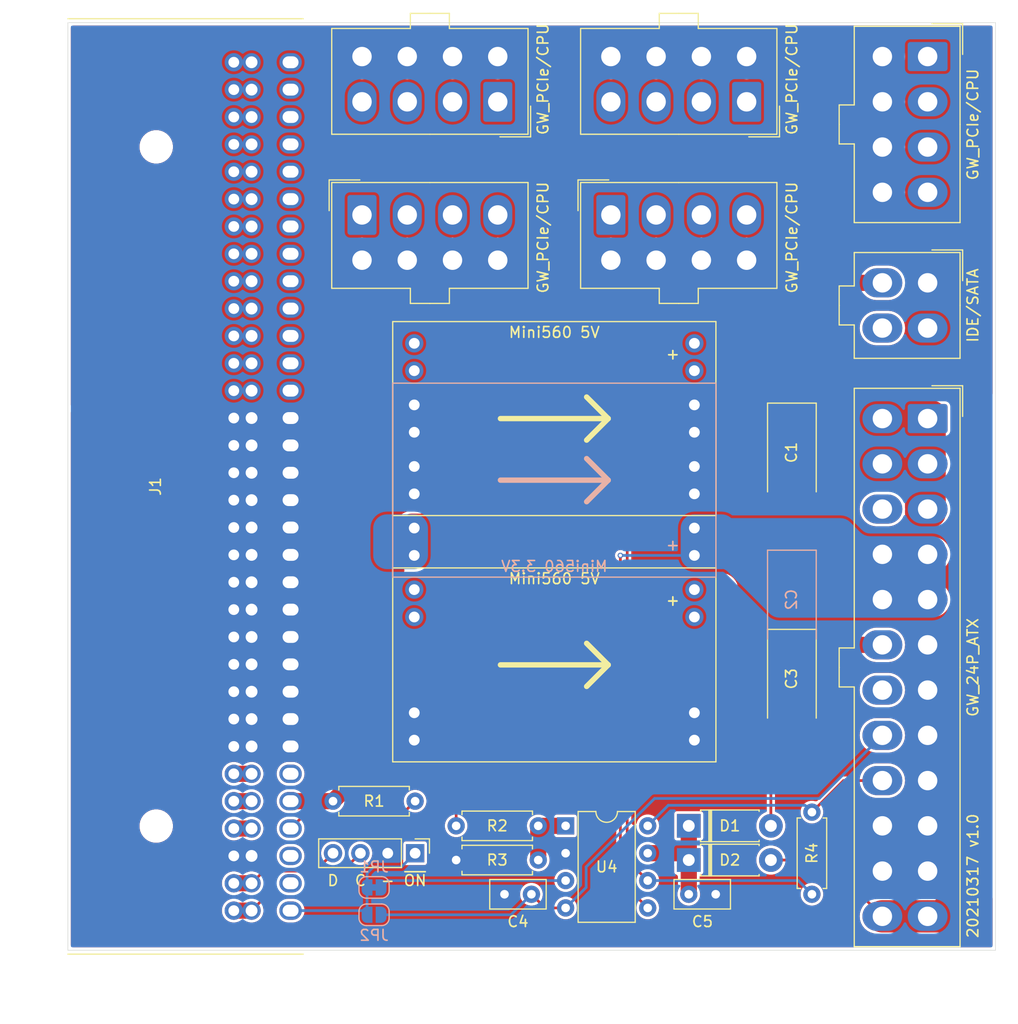
<source format=kicad_pcb>
(kicad_pcb (version 20171130) (host pcbnew "(5.1.6)-1")
  (title_block (title "KCORES CSPS to ATX Converter") (date 2021-03-17) (rev 1.0) (company KCORES) (comment 1 "Author: AlphaArea") (comment 4 "License: KCORES Open Source License"))
  (layers (0 F.Cu signal) (31 B.Cu signal) (34 B.Paste user) (35 F.Paste user) (36 B.SilkS user) (37 F.SilkS user) (38 B.Mask user) (39 F.Mask user) (44 Edge.Cuts user))
  (net 0 "")
  (net 1 GND)
  (net 2 +5V)
  (net 3 +3V3)
  (net 4 /+5VSB)
  (net 5 /~ATX_PSON)
  (net 6 "Net-(C5-Pad1)")
  (net 7 +12V)
  (net 8 /SCL)
  (net 9 /SDA)
  (net 10 "Net-(J1-Pad29)")
  (net 11 "Net-(J1-Pad28)")
  (net 12 "Net-(J1-Pad27)")
  (net 13 "Net-(J1-Pad38)")
  (net 14 /+12VSB)
  (net 15 /~PRESENT)
  (net 16 /CSPS_PSOK)
  (net 17 "Net-(J1-Pad34)")
  (net 18 /~CSPS_PSON)
  (net 19 "Net-(J8-Pad4)")
  (net 20 "Net-(J9-Pad15)")
  (net 21 "Net-(J9-Pad19)")
  (net 22 /ATX_PWOK)
  (net 23 /~FPO)
  (net 24 "Net-(R2-Pad1)")
  (module Connector_PinHeader_2.54mm:PinHeader_1x04_P2.54mm_Vertical (layer F.Cu) (at 124.63 153.74 270)
    (fp_text reference J2 hide)
    (fp_text value PMBUS)
    (pad 4 thru_hole oval (at 0 7.62 270) (size 1.7 1.7) (drill 1) (layers *.Cu *.Mask) (net 9 /SDA))
    (pad 3 thru_hole oval (at 0 5.08 270) (size 1.7 1.7) (drill 1) (layers *.Cu *.Mask) (net 8 /SCL))
    (pad 2 thru_hole oval (at 0 2.54 270) (size 1.7 1.7) (drill 1) (layers *.Cu *.Mask) (net 1 GND))
    (pad 1 thru_hole rect (at 0 0 270) (size 1.7 1.7) (drill 1) (layers *.Cu *.Mask) (net 18 /~CSPS_PSON))
  )
  (module KCORES_Connector_CSPS:CSPS_64P_2.54mm (layer F.Cu) (at 92.4 119.7 270)
    (fp_text reference J1 (at 0 -8.128 90) (layer F.SilkS))
    (fp_text value CSPS)
    (pad 64 thru_hole oval (at -39.37 -20.67 270) (size 1.7 2.08) (drill oval 1.1 1.48) (layers *.Cu *.Mask) (net 7 +12V))
    (pad 63 thru_hole oval (at -36.83 -20.67 270) (size 1.7 2.08) (drill oval 1.1 1.48) (layers *.Cu *.Mask) (net 7 +12V))
    (pad 62 thru_hole oval (at -34.29 -20.67 270) (size 1.7 2.08) (drill oval 1.1 1.48) (layers *.Cu *.Mask) (net 7 +12V))
    (pad 61 thru_hole oval (at -31.75 -20.67 270) (size 1.7 2.08) (drill oval 1.1 1.48) (layers *.Cu *.Mask) (net 7 +12V))
    (pad 60 thru_hole oval (at -29.21 -20.67 270) (size 1.7 2.08) (drill oval 1.1 1.48) (layers *.Cu *.Mask) (net 7 +12V))
    (pad 59 thru_hole oval (at -26.67 -20.67 270) (size 1.7 2.08) (drill oval 1.1 1.48) (layers *.Cu *.Mask) (net 7 +12V))
    (pad 58 thru_hole oval (at -24.13 -20.67 270) (size 1.7 2.08) (drill oval 1.1 1.48) (layers *.Cu *.Mask) (net 7 +12V))
    (pad 57 thru_hole oval (at -21.59 -20.67 270) (size 1.7 2.08) (drill oval 1.1 1.48) (layers *.Cu *.Mask) (net 7 +12V))
    (pad 56 thru_hole oval (at -19.05 -20.67 270) (size 1.7 2.08) (drill oval 1.1 1.48) (layers *.Cu *.Mask) (net 7 +12V))
    (pad 55 thru_hole oval (at -16.51 -20.67 270) (size 1.7 2.08) (drill oval 1.1 1.48) (layers *.Cu *.Mask) (net 7 +12V))
    (pad 54 thru_hole oval (at -13.97 -20.67 270) (size 1.7 2.08) (drill oval 1.1 1.48) (layers *.Cu *.Mask) (net 7 +12V))
    (pad 53 thru_hole oval (at -11.43 -20.67 270) (size 1.7 2.08) (drill oval 1.1 1.48) (layers *.Cu *.Mask) (net 7 +12V))
    (pad 52 thru_hole oval (at -8.89 -20.67 270) (size 1.7 2.08) (drill oval 1.1 1.48) (layers *.Cu *.Mask) (net 7 +12V))
    (pad 51 thru_hole oval (at -6.35 -20.67 270) (size 1.7 2.08) (drill oval 1.1 1.48) (layers *.Cu *.Mask) (net 1 GND))
    (pad 50 thru_hole oval (at -3.81 -20.67 270) (size 1.7 2.08) (drill oval 1.1 1.48) (layers *.Cu *.Mask) (net 1 GND))
    (pad 49 thru_hole oval (at -1.27 -20.67 270) (size 1.7 2.08) (drill oval 1.1 1.48) (layers *.Cu *.Mask) (net 1 GND))
    (pad 48 thru_hole oval (at 1.27 -20.67 270) (size 1.7 2.08) (drill oval 1.1 1.48) (layers *.Cu *.Mask) (net 1 GND))
    (pad 47 thru_hole oval (at 3.81 -20.67 270) (size 1.7 2.08) (drill oval 1.1 1.48) (layers *.Cu *.Mask) (net 1 GND))
    (pad 46 thru_hole oval (at 6.35 -20.67 270) (size 1.7 2.08) (drill oval 1.1 1.48) (layers *.Cu *.Mask) (net 1 GND))
    (pad 45 thru_hole oval (at 8.89 -20.67 270) (size 1.7 2.08) (drill oval 1.1 1.48) (layers *.Cu *.Mask) (net 1 GND))
    (pad 44 thru_hole oval (at 11.43 -20.67 270) (size 1.7 2.08) (drill oval 1.1 1.48) (layers *.Cu *.Mask) (net 1 GND))
    (pad 43 thru_hole oval (at 13.97 -20.67 270) (size 1.7 2.08) (drill oval 1.1 1.48) (layers *.Cu *.Mask) (net 1 GND))
    (pad 42 thru_hole oval (at 16.51 -20.67 270) (size 1.7 2.08) (drill oval 1.1 1.48) (layers *.Cu *.Mask) (net 1 GND))
    (pad 41 thru_hole oval (at 19.05 -20.67 270) (size 1.7 2.08) (drill oval 1.1 1.48) (layers *.Cu *.Mask) (net 1 GND))
    (pad 40 thru_hole oval (at 21.59 -20.67 270) (size 1.7 2.08) (drill oval 1.1 1.48) (layers *.Cu *.Mask) (net 1 GND))
    (pad 39 thru_hole oval (at 24.13 -20.67 270) (size 1.7 2.08) (drill oval 1.1 1.48) (layers *.Cu *.Mask) (net 1 GND))
    (pad 38 thru_hole oval (at 26.67 -20.67 270) (size 1.7 2.08) (drill oval 1.1 1.48) (layers *.Cu *.Mask) (net 13 "Net-(J1-Pad38)"))
    (pad 37 thru_hole oval (at 29.21 -20.67 270) (size 1.7 2.08) (drill oval 1.1 1.48) (layers *.Cu *.Mask) (net 14 /+12VSB))
    (pad 36 thru_hole oval (at 31.75 -20.67 270) (size 1.7 2.08) (drill oval 1.1 1.48) (layers *.Cu *.Mask) (net 15 /~PRESENT))
    (pad 35 thru_hole oval (at 34.29 -20.67 270) (size 1.7 2.08) (drill oval 1.1 1.48) (layers *.Cu *.Mask) (net 16 /CSPS_PSOK))
    (pad 34 thru_hole oval (at 36.83 -20.67 270) (size 1.7 2.08) (drill oval 1.1 1.48) (layers *.Cu *.Mask) (net 17 "Net-(J1-Pad34)"))
    (pad 33 thru_hole oval (at 39.37 -20.67 270) (size 1.7 2.08) (drill oval 1.1 1.48) (layers *.Cu *.Mask) (net 18 /~CSPS_PSON))
    (pad 32 thru_hole circle (at 39.37 -15.4 270) (size 1.7 1.7) (drill 1) (layers *.Cu *.Mask) (net 8 /SCL))
    (pad 31 thru_hole circle (at 36.83 -15.4 270) (size 1.7 1.7) (drill 1) (layers *.Cu *.Mask) (net 9 /SDA))
    (pad 30 thru_hole circle (at 34.29 -15.4 270) (size 1.7 1.7) (drill 1) (layers *.Cu *.Mask) (net 1 GND))
    (pad 29 thru_hole circle (at 31.75 -15.4 270) (size 1.7 1.7) (drill 1) (layers *.Cu *.Mask) (net 10 "Net-(J1-Pad29)"))
    (pad 28 thru_hole circle (at 29.21 -15.4 270) (size 1.7 1.7) (drill 1) (layers *.Cu *.Mask) (net 11 "Net-(J1-Pad28)"))
    (pad 27 thru_hole circle (at 26.67 -15.4 270) (size 1.7 1.7) (drill 1) (layers *.Cu *.Mask) (net 12 "Net-(J1-Pad27)"))
    (pad 26 thru_hole circle (at 24.13 -15.4 270) (size 1.7 1.7) (drill 1) (layers *.Cu *.Mask) (net 1 GND))
    (pad 25 thru_hole circle (at 21.59 -15.4 270) (size 1.7 1.7) (drill 1) (layers *.Cu *.Mask) (net 1 GND))
    (pad 24 thru_hole circle (at 19.05 -15.4 270) (size 1.7 1.7) (drill 1) (layers *.Cu *.Mask) (net 1 GND))
    (pad 23 thru_hole circle (at 16.51 -15.4 270) (size 1.7 1.7) (drill 1) (layers *.Cu *.Mask) (net 1 GND))
    (pad 22 thru_hole circle (at 13.97 -15.4 270) (size 1.7 1.7) (drill 1) (layers *.Cu *.Mask) (net 1 GND))
    (pad 21 thru_hole circle (at 11.43 -15.4 270) (size 1.7 1.7) (drill 1) (layers *.Cu *.Mask) (net 1 GND))
    (pad 20 thru_hole circle (at 8.89 -15.4 270) (size 1.7 1.7) (drill 1) (layers *.Cu *.Mask) (net 1 GND))
    (pad 19 thru_hole circle (at 6.35 -15.4 270) (size 1.7 1.7) (drill 1) (layers *.Cu *.Mask) (net 1 GND))
    (pad 18 thru_hole circle (at 3.81 -15.4 270) (size 1.7 1.7) (drill 1) (layers *.Cu *.Mask) (net 1 GND))
    (pad 17 thru_hole circle (at 1.27 -15.4 270) (size 1.7 1.7) (drill 1) (layers *.Cu *.Mask) (net 1 GND))
    (pad 16 thru_hole circle (at -1.27 -15.4 270) (size 1.7 1.7) (drill 1) (layers *.Cu *.Mask) (net 1 GND))
    (pad 15 thru_hole circle (at -3.81 -15.4 270) (size 1.7 1.7) (drill 1) (layers *.Cu *.Mask) (net 1 GND))
    (pad 14 thru_hole circle (at -6.35 -15.4 270) (size 1.7 1.7) (drill 1) (layers *.Cu *.Mask) (net 1 GND))
    (pad 13 thru_hole circle (at -8.89 -15.4 270) (size 1.7 1.7) (drill 1) (layers *.Cu *.Mask) (net 7 +12V))
    (pad 12 thru_hole circle (at -11.43 -15.4 270) (size 1.7 1.7) (drill 1) (layers *.Cu *.Mask) (net 7 +12V))
    (pad 11 thru_hole circle (at -13.97 -15.4 270) (size 1.7 1.7) (drill 1) (layers *.Cu *.Mask) (net 7 +12V))
    (pad 10 thru_hole circle (at -16.51 -15.4 270) (size 1.7 1.7) (drill 1) (layers *.Cu *.Mask) (net 7 +12V))
    (pad 9 thru_hole circle (at -19.05 -15.4 270) (size 1.7 1.7) (drill 1) (layers *.Cu *.Mask) (net 7 +12V))
    (pad 8 thru_hole circle (at -21.59 -15.4 270) (size 1.7 1.7) (drill 1) (layers *.Cu *.Mask) (net 7 +12V))
    (pad 7 thru_hole circle (at -24.13 -15.4 270) (size 1.7 1.7) (drill 1) (layers *.Cu *.Mask) (net 7 +12V))
    (pad 6 thru_hole circle (at -26.67 -15.4 270) (size 1.7 1.7) (drill 1) (layers *.Cu *.Mask) (net 7 +12V))
    (pad 5 thru_hole circle (at -29.21 -15.4 270) (size 1.7 1.7) (drill 1) (layers *.Cu *.Mask) (net 7 +12V))
    (pad 4 thru_hole circle (at -31.75 -15.4 270) (size 1.7 1.7) (drill 1) (layers *.Cu *.Mask) (net 7 +12V))
    (pad 3 thru_hole circle (at -34.29 -15.4 270) (size 1.7 1.7) (drill 1) (layers *.Cu *.Mask) (net 7 +12V))
    (pad 2 thru_hole circle (at -36.83 -15.4 270) (size 1.7 1.7) (drill 1) (layers *.Cu *.Mask) (net 7 +12V))
    (pad 32 thru_hole circle (at 39.37 -17.05 270) (size 1.7 1.7) (drill 1.1) (layers *.Cu *.Mask) (net 8 /SCL))
    (pad 31 thru_hole circle (at 36.83 -17.05 270) (size 1.7 1.7) (drill 1.1) (layers *.Cu *.Mask) (net 9 /SDA))
    (pad 30 thru_hole circle (at 34.29 -17.05 270) (size 1.7 1.7) (drill 1.1) (layers *.Cu *.Mask) (net 1 GND))
    (pad 29 thru_hole circle (at 31.75 -17.05 270) (size 1.7 1.7) (drill 1.1) (layers *.Cu *.Mask) (net 10 "Net-(J1-Pad29)"))
    (pad 28 thru_hole circle (at 29.21 -17.05 270) (size 1.7 1.7) (drill 1.1) (layers *.Cu *.Mask) (net 11 "Net-(J1-Pad28)"))
    (pad 27 thru_hole circle (at 26.67 -17.05 270) (size 1.7 1.7) (drill 1.1) (layers *.Cu *.Mask) (net 12 "Net-(J1-Pad27)"))
    (pad 26 thru_hole circle (at 24.13 -17.05 270) (size 1.7 1.7) (drill 1.1) (layers *.Cu *.Mask) (net 1 GND))
    (pad 25 thru_hole circle (at 21.59 -17.05 270) (size 1.7 1.7) (drill 1.1) (layers *.Cu *.Mask) (net 1 GND))
    (pad 24 thru_hole circle (at 19.05 -17.05 270) (size 1.7 1.7) (drill 1.1) (layers *.Cu *.Mask) (net 1 GND))
    (pad 23 thru_hole circle (at 16.51 -17.05 270) (size 1.7 1.7) (drill 1.1) (layers *.Cu *.Mask) (net 1 GND))
    (pad 22 thru_hole circle (at 13.97 -17.05 270) (size 1.7 1.7) (drill 1.1) (layers *.Cu *.Mask) (net 1 GND))
    (pad 21 thru_hole circle (at 11.43 -17.05 270) (size 1.7 1.7) (drill 1.1) (layers *.Cu *.Mask) (net 1 GND))
    (pad 20 thru_hole circle (at 8.89 -17.05 270) (size 1.7 1.7) (drill 1.1) (layers *.Cu *.Mask) (net 1 GND))
    (pad 19 thru_hole circle (at 6.35 -17.05 270) (size 1.7 1.7) (drill 1.1) (layers *.Cu *.Mask) (net 1 GND))
    (pad 18 thru_hole circle (at 3.81 -17.05 270) (size 1.7 1.7) (drill 1.1) (layers *.Cu *.Mask) (net 1 GND))
    (pad 17 thru_hole circle (at 1.27 -17.05 270) (size 1.7 1.7) (drill 1.1) (layers *.Cu *.Mask) (net 1 GND))
    (pad 16 thru_hole circle (at -1.27 -17.05 270) (size 1.7 1.7) (drill 1.1) (layers *.Cu *.Mask) (net 1 GND))
    (pad 15 thru_hole circle (at -3.81 -17.05 270) (size 1.7 1.7) (drill 1.1) (layers *.Cu *.Mask) (net 1 GND))
    (pad 14 thru_hole circle (at -6.35 -17.05 270) (size 1.7 1.7) (drill 1.1) (layers *.Cu *.Mask) (net 1 GND))
    (pad 13 thru_hole circle (at -8.89 -17.05 270) (size 1.7 1.7) (drill 1.1) (layers *.Cu *.Mask) (net 7 +12V))
    (pad 12 thru_hole circle (at -11.43 -17.05 270) (size 1.7 1.7) (drill 1.1) (layers *.Cu *.Mask) (net 7 +12V))
    (pad 11 thru_hole circle (at -13.97 -17.05 270) (size 1.7 1.7) (drill 1.1) (layers *.Cu *.Mask) (net 7 +12V))
    (pad 10 thru_hole circle (at -16.51 -17.05 270) (size 1.7 1.7) (drill 1.1) (layers *.Cu *.Mask) (net 7 +12V))
    (pad 9 thru_hole circle (at -19.05 -17.05 270) (size 1.7 1.7) (drill 1.1) (layers *.Cu *.Mask) (net 7 +12V))
    (pad 8 thru_hole circle (at -21.59 -17.05 270) (size 1.7 1.7) (drill 1.1) (layers *.Cu *.Mask) (net 7 +12V))
    (pad 7 thru_hole circle (at -24.13 -17.05 270) (size 1.7 1.7) (drill 1.1) (layers *.Cu *.Mask) (net 7 +12V))
    (pad 6 thru_hole circle (at -26.67 -17.05 270) (size 1.7 1.7) (drill 1.1) (layers *.Cu *.Mask) (net 7 +12V))
    (pad 5 thru_hole circle (at -29.21 -17.05 270) (size 1.7 1.7) (drill 1.1) (layers *.Cu *.Mask) (net 7 +12V))
    (pad 4 thru_hole circle (at -31.75 -17.05 270) (size 1.7 1.7) (drill 1.1) (layers *.Cu *.Mask) (net 7 +12V))
    (pad 3 thru_hole circle (at -34.29 -17.05 270) (size 1.7 1.7) (drill 1.1) (layers *.Cu *.Mask) (net 7 +12V))
    (pad 2 thru_hole circle (at -36.83 -17.05 270) (size 1.7 1.7) (drill 1.1) (layers *.Cu *.Mask) (net 7 +12V))
    (pad "" np_thru_hole circle (at 31.52 -8.2 270) (size 2.6 2.6) (drill 2.6) (layers *.Cu *.Mask))
    (pad "" np_thru_hole circle (at -31.52 -8.2 270) (size 2.6 2.6) (drill 2.6) (layers *.Cu *.Mask))
    (pad 1 thru_hole circle (at -39.37 -15.4 270) (size 1.7 1.7) (drill 1) (layers *.Cu *.Mask) (net 7 +12V))
    (pad 1 thru_hole circle (at -39.37 -17.05 270) (size 1.7 1.7) (drill 1.1) (layers *.Cu *.Mask) (net 7 +12V))
  )
  (module KCORES_Connector_ATX_Power:ATX_8Pin_P4.20mm_Vertical_4.20mm (layer F.Cu) (at 172.2 79.8 270)
    (fp_text reference J7 hide)
    (fp_text value GW_PCIe/CPU (at 6.3 -4.2 90) (layer F.SilkS))
    (pad 8 thru_hole oval (at 12.6 4.2 270) (size 2.7 3.7) (drill 1.8) (layers *.Cu *.Mask) (net 1 GND))
    (pad 7 thru_hole oval (at 8.4 4.2 270) (size 2.7 3.7) (drill 1.8) (layers *.Cu *.Mask) (net 1 GND))
    (pad 6 thru_hole oval (at 4.2 4.2 270) (size 2.7 3.7) (drill 1.8) (layers *.Cu *.Mask) (net 1 GND))
    (pad 5 thru_hole oval (at 0 4.2 270) (size 2.7 3.7) (drill 1.8) (layers *.Cu *.Mask) (net 1 GND))
    (pad 4 thru_hole oval (at 12.6 0 270) (size 2.7 3.7) (drill 1.8) (layers *.Cu *.Mask) (net 7 +12V))
    (pad 3 thru_hole oval (at 8.4 0 270) (size 2.7 3.7) (drill 1.8) (layers *.Cu *.Mask) (net 7 +12V))
    (pad 1 thru_hole roundrect (at 0 0 270) (size 2.7 3.7) (drill 1.8) (layers *.Cu *.Mask) (roundrect_rratio 0.09300000000000001) (net 7 +12V))
    (pad 2 thru_hole oval (at 4.2 0 270) (size 2.7 3.7) (drill 1.8) (layers *.Cu *.Mask) (net 7 +12V))
  )
  (module KCORES_Connector_ATX_Power:ATX_8Pin_P4.20mm_Vertical_4.20mm (layer F.Cu) (at 142.8 94.5)
    (fp_text reference J6 hide)
    (fp_text value GW_PCIe/CPU (at 16.8 2.1 90) (layer F.SilkS))
    (pad 8 thru_hole oval (at 12.6 4.2) (size 2.7 3.7) (drill 1.8) (layers *.Cu *.Mask) (net 1 GND))
    (pad 7 thru_hole oval (at 8.4 4.2) (size 2.7 3.7) (drill 1.8) (layers *.Cu *.Mask) (net 1 GND))
    (pad 6 thru_hole oval (at 4.2 4.2) (size 2.7 3.7) (drill 1.8) (layers *.Cu *.Mask) (net 1 GND))
    (pad 5 thru_hole oval (at 0 4.2) (size 2.7 3.7) (drill 1.8) (layers *.Cu *.Mask) (net 1 GND))
    (pad 4 thru_hole oval (at 12.6 0) (size 2.7 3.7) (drill 1.8) (layers *.Cu *.Mask) (net 7 +12V))
    (pad 3 thru_hole oval (at 8.4 0) (size 2.7 3.7) (drill 1.8) (layers *.Cu *.Mask) (net 7 +12V))
    (pad 1 thru_hole roundrect (at 0 0) (size 2.7 3.7) (drill 1.8) (layers *.Cu *.Mask) (roundrect_rratio 0.09300000000000001) (net 7 +12V))
    (pad 2 thru_hole oval (at 4.2 0) (size 2.7 3.7) (drill 1.8) (layers *.Cu *.Mask) (net 7 +12V))
  )
  (module KCORES_Connector_ATX_Power:ATX_8Pin_P4.20mm_Vertical_4.20mm (layer F.Cu) (at 155.4 84 180)
    (fp_text reference J5 hide)
    (fp_text value GW_PCIe/CPU (at -4.2 2.1 90) (layer F.SilkS))
    (pad 8 thru_hole oval (at 12.6 4.2 180) (size 2.7 3.7) (drill 1.8) (layers *.Cu *.Mask) (net 1 GND))
    (pad 7 thru_hole oval (at 8.4 4.2 180) (size 2.7 3.7) (drill 1.8) (layers *.Cu *.Mask) (net 1 GND))
    (pad 6 thru_hole oval (at 4.2 4.2 180) (size 2.7 3.7) (drill 1.8) (layers *.Cu *.Mask) (net 1 GND))
    (pad 5 thru_hole oval (at 0 4.2 180) (size 2.7 3.7) (drill 1.8) (layers *.Cu *.Mask) (net 1 GND))
    (pad 4 thru_hole oval (at 12.6 0 180) (size 2.7 3.7) (drill 1.8) (layers *.Cu *.Mask) (net 7 +12V))
    (pad 3 thru_hole oval (at 8.4 0 180) (size 2.7 3.7) (drill 1.8) (layers *.Cu *.Mask) (net 7 +12V))
    (pad 1 thru_hole roundrect (at 0 0 180) (size 2.7 3.7) (drill 1.8) (layers *.Cu *.Mask) (roundrect_rratio 0.09300000000000001) (net 7 +12V))
    (pad 2 thru_hole oval (at 4.2 0 180) (size 2.7 3.7) (drill 1.8) (layers *.Cu *.Mask) (net 7 +12V))
  )
  (module KCORES_Connector_ATX_Power:ATX_8Pin_P4.20mm_Vertical_4.20mm (layer F.Cu) (at 119.7 94.5)
    (fp_text reference J4 hide)
    (fp_text value GW_PCIe/CPU (at 16.8 2.1 90) (layer F.SilkS))
    (pad 8 thru_hole oval (at 12.6 4.2) (size 2.7 3.7) (drill 1.8) (layers *.Cu *.Mask) (net 1 GND))
    (pad 7 thru_hole oval (at 8.4 4.2) (size 2.7 3.7) (drill 1.8) (layers *.Cu *.Mask) (net 1 GND))
    (pad 6 thru_hole oval (at 4.2 4.2) (size 2.7 3.7) (drill 1.8) (layers *.Cu *.Mask) (net 1 GND))
    (pad 5 thru_hole oval (at 0 4.2) (size 2.7 3.7) (drill 1.8) (layers *.Cu *.Mask) (net 1 GND))
    (pad 4 thru_hole oval (at 12.6 0) (size 2.7 3.7) (drill 1.8) (layers *.Cu *.Mask) (net 7 +12V))
    (pad 3 thru_hole oval (at 8.4 0) (size 2.7 3.7) (drill 1.8) (layers *.Cu *.Mask) (net 7 +12V))
    (pad 1 thru_hole roundrect (at 0 0) (size 2.7 3.7) (drill 1.8) (layers *.Cu *.Mask) (roundrect_rratio 0.09300000000000001) (net 7 +12V))
    (pad 2 thru_hole oval (at 4.2 0) (size 2.7 3.7) (drill 1.8) (layers *.Cu *.Mask) (net 7 +12V))
  )
  (module KCORES_Connector_ATX_Power:ATX_8Pin_P4.20mm_Vertical_4.20mm (layer F.Cu) (at 132.3 84 180)
    (fp_text reference J3 hide)
    (fp_text value GW_PCIe/CPU (at -4.2 2.1 90) (layer F.SilkS))
    (pad 8 thru_hole oval (at 12.6 4.2 180) (size 2.7 3.7) (drill 1.8) (layers *.Cu *.Mask) (net 1 GND))
    (pad 7 thru_hole oval (at 8.4 4.2 180) (size 2.7 3.7) (drill 1.8) (layers *.Cu *.Mask) (net 1 GND))
    (pad 6 thru_hole oval (at 4.2 4.2 180) (size 2.7 3.7) (drill 1.8) (layers *.Cu *.Mask) (net 1 GND))
    (pad 5 thru_hole oval (at 0 4.2 180) (size 2.7 3.7) (drill 1.8) (layers *.Cu *.Mask) (net 1 GND))
    (pad 4 thru_hole oval (at 12.6 0 180) (size 2.7 3.7) (drill 1.8) (layers *.Cu *.Mask) (net 7 +12V))
    (pad 3 thru_hole oval (at 8.4 0 180) (size 2.7 3.7) (drill 1.8) (layers *.Cu *.Mask) (net 7 +12V))
    (pad 1 thru_hole roundrect (at 0 0 180) (size 2.7 3.7) (drill 1.8) (layers *.Cu *.Mask) (roundrect_rratio 0.09300000000000001) (net 7 +12V))
    (pad 2 thru_hole oval (at 4.2 0 180) (size 2.7 3.7) (drill 1.8) (layers *.Cu *.Mask) (net 7 +12V))
  )
  (module KCORES_Connector_ATX_Power:ATX_24Pin_P4.20mm_Vertical_4.20mm (layer F.Cu) (at 172.2 113.4 270)
    (fp_text reference J9 hide)
    (fp_text value GW_24P_ATX (at 23.1 -4.2 90) (layer F.SilkS))
    (pad 24 thru_hole oval (at 46.2 4.2 270) (size 2.7 3.7) (drill 1.8) (layers *.Cu *.Mask) (net 7 +12V))
    (pad 23 thru_hole oval (at 42 4.2 270) (size 2.7 3.7) (drill 1.8) (layers *.Cu *.Mask) (net 1 GND))
    (pad 22 thru_hole oval (at 37.8 4.2 270) (size 2.7 3.7) (drill 1.8) (layers *.Cu *.Mask) (net 1 GND))
    (pad 21 thru_hole oval (at 33.6 4.2 270) (size 2.7 3.7) (drill 1.8) (layers *.Cu *.Mask) (net 22 /ATX_PWOK))
    (pad 20 thru_hole oval (at 29.4 4.2 270) (size 2.7 3.7) (drill 1.8) (layers *.Cu *.Mask) (net 5 /~ATX_PSON))
    (pad 19 thru_hole oval (at 25.2 4.2 270) (size 2.7 3.7) (drill 1.8) (layers *.Cu *.Mask) (net 21 "Net-(J9-Pad19)"))
    (pad 18 thru_hole oval (at 21 4.2 270) (size 2.7 3.7) (drill 1.8) (layers *.Cu *.Mask) (net 4 /+5VSB))
    (pad 17 thru_hole oval (at 16.8 4.2 270) (size 2.7 3.7) (drill 1.8) (layers *.Cu *.Mask) (net 3 +3V3))
    (pad 16 thru_hole oval (at 12.6 4.2 270) (size 2.7 3.7) (drill 1.8) (layers *.Cu *.Mask) (net 3 +3V3))
    (pad 15 thru_hole oval (at 8.4 4.2 270) (size 2.7 3.7) (drill 1.8) (layers *.Cu *.Mask) (net 20 "Net-(J9-Pad15)"))
    (pad 14 thru_hole oval (at 4.2 4.2 270) (size 2.7 3.7) (drill 1.8) (layers *.Cu *.Mask) (net 2 +5V))
    (pad 13 thru_hole oval (at 0 4.2 270) (size 2.7 3.7) (drill 1.8) (layers *.Cu *.Mask) (net 2 +5V))
    (pad 12 thru_hole oval (at 46.2 0 270) (size 2.7 3.7) (drill 1.8) (layers *.Cu *.Mask) (net 7 +12V))
    (pad 11 thru_hole oval (at 42 0 270) (size 2.7 3.7) (drill 1.8) (layers *.Cu *.Mask) (net 1 GND))
    (pad 10 thru_hole oval (at 37.8 0 270) (size 2.7 3.7) (drill 1.8) (layers *.Cu *.Mask) (net 1 GND))
    (pad 9 thru_hole oval (at 33.6 0 270) (size 2.7 3.7) (drill 1.8) (layers *.Cu *.Mask) (net 1 GND))
    (pad 8 thru_hole oval (at 29.4 0 270) (size 2.7 3.7) (drill 1.8) (layers *.Cu *.Mask) (net 1 GND))
    (pad 7 thru_hole oval (at 25.2 0 270) (size 2.7 3.7) (drill 1.8) (layers *.Cu *.Mask) (net 1 GND))
    (pad 6 thru_hole oval (at 21 0 270) (size 2.7 3.7) (drill 1.8) (layers *.Cu *.Mask) (net 1 GND))
    (pad 5 thru_hole oval (at 16.8 0 270) (size 2.7 3.7) (drill 1.8) (layers *.Cu *.Mask) (net 3 +3V3))
    (pad 4 thru_hole oval (at 12.6 0 270) (size 2.7 3.7) (drill 1.8) (layers *.Cu *.Mask) (net 3 +3V3))
    (pad 3 thru_hole oval (at 8.4 0 270) (size 2.7 3.7) (drill 1.8) (layers *.Cu *.Mask) (net 2 +5V))
    (pad 1 thru_hole roundrect (at 0 0 270) (size 2.7 3.7) (drill 1.8) (layers *.Cu *.Mask) (roundrect_rratio 0.09300000000000001) (net 2 +5V))
    (pad 2 thru_hole oval (at 4.2 0 270) (size 2.7 3.7) (drill 1.8) (layers *.Cu *.Mask) (net 2 +5V))
  )
  (module KCORES_Connector_ATX_Power:ATX_4Pin_P4.20mm_Vertical_4.20mm (layer F.Cu) (at 172.2 100.8 270)
    (fp_text reference J8 hide)
    (fp_text value IDE/SATA (at 2.1 -4.2 90) (layer F.SilkS))
    (pad 1 thru_hole roundrect (at 0 0 270) (size 2.7 3.7) (drill 1.8) (layers *.Cu *.Mask) (roundrect_rratio 0.09300000000000001) (net 1 GND))
    (pad 2 thru_hole oval (at 4.2 0 270) (size 2.7 3.7) (drill 1.8) (layers *.Cu *.Mask) (net 7 +12V))
    (pad 3 thru_hole oval (at 0 4.2 270) (size 2.7 3.7) (drill 1.8) (layers *.Cu *.Mask) (net 2 +5V))
    (pad 4 thru_hole oval (at 4.2 4.2 270) (size 2.7 3.7) (drill 1.8) (layers *.Cu *.Mask) (net 19 "Net-(J8-Pad4)"))
  )
  (module Resistor_THT:R_Axial_DIN0207_L6.3mm_D2.5mm_P7.62mm_Horizontal (layer F.Cu) (at 161.46 149.93 270)
    (fp_text reference R4 (at 3.81 0 90) (layer F.SilkS))
    (fp_text value 3.3K)
    (pad 2 thru_hole oval (at 7.62 0 270) (size 1.6 1.6) (drill 0.8) (layers *.Cu *.Mask) (net 2 +5V))
    (pad 1 thru_hole circle (at 0 0 270) (size 1.6 1.6) (drill 0.8) (layers *.Cu *.Mask) (net 22 /ATX_PWOK))
  )
  (module Package_DIP:DIP-8_W7.62mm (layer F.Cu) (at 138.6 151.2)
    (fp_text reference U4 (at 3.81 3.81) (layer F.SilkS))
    (fp_text value TPS3511)
    (pad 8 thru_hole oval (at 7.62 0) (size 1.6 1.6) (drill 0.8) (layers *.Cu *.Mask) (net 22 /ATX_PWOK))
    (pad 4 thru_hole oval (at 0 7.62) (size 1.6 1.6) (drill 0.8) (layers *.Cu *.Mask) (net 5 /~ATX_PSON))
    (pad 7 thru_hole oval (at 7.62 2.54) (size 1.6 1.6) (drill 0.8) (layers *.Cu *.Mask) (net 6 "Net-(C5-Pad1)"))
    (pad 3 thru_hole oval (at 0 5.08) (size 1.6 1.6) (drill 0.8) (layers *.Cu *.Mask) (net 23 /~FPO))
    (pad 6 thru_hole oval (at 7.62 5.08) (size 1.6 1.6) (drill 0.8) (layers *.Cu *.Mask) (net 2 +5V))
    (pad 2 thru_hole oval (at 0 2.54) (size 1.6 1.6) (drill 0.8) (layers *.Cu *.Mask) (net 1 GND))
    (pad 5 thru_hole oval (at 7.62 7.62) (size 1.6 1.6) (drill 0.8) (layers *.Cu *.Mask) (net 3 +3V3))
    (pad 1 thru_hole rect (at 0 0) (size 1.6 1.6) (drill 0.8) (layers *.Cu *.Mask) (net 24 "Net-(R2-Pad1)"))
  )
  (module KCORES_Converter_DCDC:Converter_DCDC_Mini_560 (layer F.Cu) (at 137.55 136.26)
    (fp_text reference U3 hide)
    (fp_text value "Mini560 5V" (at 0 -8) (layer F.SilkS))
    (fp_text user + (at 11 -6) (layer F.SilkS))
    (fp_text user + (at 11 -6) (layer F.SilkS))
    (pad 1 thru_hole circle (at -13 -6.985) (size 1.7 1.7) (drill 1) (layers *.Cu *.Mask) (net 14 /+12VSB))
    (pad 1 thru_hole circle (at -13 -4.445) (size 1.7 1.7) (drill 1) (layers *.Cu *.Mask) (net 14 /+12VSB))
    (pad 2 thru_hole circle (at -13 6.985) (size 1.7 1.7) (drill 1) (layers *.Cu *.Mask) (net 1 GND))
    (pad 2 thru_hole circle (at -13 4.445) (size 1.7 1.7) (drill 1) (layers *.Cu *.Mask) (net 1 GND))
    (pad 3 thru_hole circle (at 13 -6.985) (size 1.7 1.7) (drill 1) (layers *.Cu *.Mask) (net 4 /+5VSB))
    (pad 2 thru_hole circle (at 13 4.445) (size 1.7 1.7) (drill 1) (layers *.Cu *.Mask) (net 1 GND))
    (pad 3 thru_hole circle (at 13 -4.445) (size 1.7 1.7) (drill 1) (layers *.Cu *.Mask) (net 4 /+5VSB))
    (pad 2 thru_hole circle (at 13 6.985) (size 1.7 1.7) (drill 1) (layers *.Cu *.Mask) (net 1 GND))
    (pad 1 smd roundrect (at -14.27 -5.715) (size 5.08 5.08) (layers F.Cu F.Paste F.Mask) (net 14 /+12VSB))
    (pad 3 smd roundrect (at 14.27 -5.715) (size 5.08 5.08) (layers F.Cu F.Paste F.Mask) (net 4 /+5VSB))
    (pad 2 smd roundrect (at 14.27 5.715) (size 5.08 5.08) (layers F.Cu F.Paste F.Mask) (net 1 GND))
    (pad 2 smd roundrect (at -14.27 5.715) (size 5.08 5.08) (layers F.Cu F.Paste F.Mask) (net 1 GND))
  )
  (module KCORES_Converter_DCDC:Converter_DCDC_Mini_560 (layer B.Cu) (at 137.55 119.115)
    (fp_text reference U2 hide)
    (fp_text value "Mini560 3.3V" (at 0 8) (layer B.SilkS) (effects (justify mirror)))
    (fp_text user + (at 11 6) (layer B.SilkS) (effects (justify mirror)))
    (fp_text user + (at 11 6) (layer B.SilkS) (effects (justify mirror)))
    (pad 1 thru_hole circle (at -13 6.985) (size 1.7 1.7) (drill 1) (layers *.Cu *.Mask) (net 7 +12V))
    (pad 1 thru_hole circle (at -13 4.445) (size 1.7 1.7) (drill 1) (layers *.Cu *.Mask) (net 7 +12V))
    (pad 2 thru_hole circle (at -13 -6.985) (size 1.7 1.7) (drill 1) (layers *.Cu *.Mask) (net 1 GND))
    (pad 2 thru_hole circle (at -13 -4.445) (size 1.7 1.7) (drill 1) (layers *.Cu *.Mask) (net 1 GND))
    (pad 3 thru_hole circle (at 13 6.985) (size 1.7 1.7) (drill 1) (layers *.Cu *.Mask) (net 3 +3V3))
    (pad 2 thru_hole circle (at 13 -4.445) (size 1.7 1.7) (drill 1) (layers *.Cu *.Mask) (net 1 GND))
    (pad 3 thru_hole circle (at 13 4.445) (size 1.7 1.7) (drill 1) (layers *.Cu *.Mask) (net 3 +3V3))
    (pad 2 thru_hole circle (at 13 -6.985) (size 1.7 1.7) (drill 1) (layers *.Cu *.Mask) (net 1 GND))
    (pad 1 smd roundrect (at -14.27 5.715) (size 5.08 5.08) (layers B.Cu B.Paste B.Mask) (net 7 +12V))
    (pad 3 smd roundrect (at 14.27 5.715) (size 5.08 5.08) (layers B.Cu B.Paste B.Mask) (net 3 +3V3))
    (pad 2 smd roundrect (at 14.27 -5.715) (size 5.08 5.08) (layers B.Cu B.Paste B.Mask) (net 1 GND))
    (pad 2 smd roundrect (at -14.27 -5.715) (size 5.08 5.08) (layers B.Cu B.Paste B.Mask) (net 1 GND))
  )
  (module KCORES_Converter_DCDC:Converter_DCDC_Mini_560 (layer F.Cu) (at 137.55 113.4)
    (fp_text reference U1 hide)
    (fp_text value "Mini560 5V" (at 0 -8) (layer F.SilkS))
    (fp_text user + (at 11 -6) (layer F.SilkS))
    (fp_text user + (at 11 -6) (layer F.SilkS))
    (pad 1 thru_hole circle (at -13 -6.985) (size 1.7 1.7) (drill 1) (layers *.Cu *.Mask) (net 7 +12V))
    (pad 1 thru_hole circle (at -13 -4.445) (size 1.7 1.7) (drill 1) (layers *.Cu *.Mask) (net 7 +12V))
    (pad 2 thru_hole circle (at -13 6.985) (size 1.7 1.7) (drill 1) (layers *.Cu *.Mask) (net 1 GND))
    (pad 2 thru_hole circle (at -13 4.445) (size 1.7 1.7) (drill 1) (layers *.Cu *.Mask) (net 1 GND))
    (pad 3 thru_hole circle (at 13 -6.985) (size 1.7 1.7) (drill 1) (layers *.Cu *.Mask) (net 2 +5V))
    (pad 2 thru_hole circle (at 13 4.445) (size 1.7 1.7) (drill 1) (layers *.Cu *.Mask) (net 1 GND))
    (pad 3 thru_hole circle (at 13 -4.445) (size 1.7 1.7) (drill 1) (layers *.Cu *.Mask) (net 2 +5V))
    (pad 2 thru_hole circle (at 13 6.985) (size 1.7 1.7) (drill 1) (layers *.Cu *.Mask) (net 1 GND))
    (pad 1 smd roundrect (at -14.27 -5.715) (size 5.08 5.08) (layers F.Cu F.Paste F.Mask) (net 7 +12V))
    (pad 3 smd roundrect (at 14.27 -5.715) (size 5.08 5.08) (layers F.Cu F.Paste F.Mask) (net 2 +5V))
    (pad 2 smd roundrect (at 14.27 5.715) (size 5.08 5.08) (layers F.Cu F.Paste F.Mask) (net 1 GND))
    (pad 2 smd roundrect (at -14.27 5.715) (size 5.08 5.08) (layers F.Cu F.Paste F.Mask) (net 1 GND))
  )
  (module Resistor_THT:R_Axial_DIN0207_L6.3mm_D2.5mm_P7.62mm_Horizontal (layer F.Cu) (at 128.44 154.375)
    (fp_text reference R3 (at 3.81 0) (layer F.SilkS))
    (fp_text value 3.3K)
    (pad 2 thru_hole oval (at 7.62 0) (size 1.6 1.6) (drill 0.8) (layers *.Cu *.Mask) (net 24 "Net-(R2-Pad1)"))
    (pad 1 thru_hole circle (at 0 0) (size 1.6 1.6) (drill 0.8) (layers *.Cu *.Mask) (net 1 GND))
  )
  (module Resistor_THT:R_Axial_DIN0207_L6.3mm_D2.5mm_P7.62mm_Horizontal (layer F.Cu) (at 136.06 151.2 180)
    (fp_text reference R2 (at 3.81 0) (layer F.SilkS))
    (fp_text value 22K)
    (pad 2 thru_hole oval (at 7.62 0 180) (size 1.6 1.6) (drill 0.8) (layers *.Cu *.Mask) (net 7 +12V))
    (pad 1 thru_hole circle (at 0 0 180) (size 1.6 1.6) (drill 0.8) (layers *.Cu *.Mask) (net 24 "Net-(R2-Pad1)"))
  )
  (module Resistor_THT:R_Axial_DIN0207_L6.3mm_D2.5mm_P7.62mm_Horizontal (layer F.Cu) (at 124.63 148.91 180)
    (fp_text reference R1 (at 3.81 0) (layer F.SilkS))
    (fp_text value 22K)
    (pad 2 thru_hole oval (at 7.62 0 180) (size 1.6 1.6) (drill 0.8) (layers *.Cu *.Mask) (net 14 /+12VSB))
    (pad 1 thru_hole circle (at 0 0 180) (size 1.6 1.6) (drill 0.8) (layers *.Cu *.Mask) (net 15 /~PRESENT))
  )
  (module Jumper:SolderJumper-2_P1.3mm_Open_RoundedPad1.0x1.5mm (layer B.Cu) (at 120.82 159.455)
    (fp_text reference JP2 (at 0 1.905) (layer B.SilkS) (effects (justify mirror)))
    (fp_text value ATX_PSON-CSPS_PSON hide)
    (pad 2 smd custom (at 0.65 0) (size 1 0.5) (layers B.Cu B.Mask) (net 5 /~ATX_PSON) (options (clearance outline) (anchor rect)) (primitives (gr_circle (center 0 -0.25) (end 0.5 -0.25) (width 0)) (gr_circle (center 0 0.25) (end 0.5 0.25) (width 0)) (gr_poly (pts (xy 0 0.75) (xy -0.5 0.75) (xy -0.5 -0.75) (xy 0 -0.75)) (width 0))))
    (pad 1 smd custom (at -0.65 0) (size 1 0.5) (layers B.Cu B.Mask) (net 18 /~CSPS_PSON) (options (clearance outline) (anchor rect)) (primitives (gr_circle (center 0 -0.25) (end 0.5 -0.25) (width 0)) (gr_circle (center 0 0.25) (end 0.5 0.25) (width 0)) (gr_poly (pts (xy 0 0.75) (xy 0.5 0.75) (xy 0.5 -0.75) (xy 0 -0.75)) (width 0))))
  )
  (module Jumper:SolderJumper-2_P1.3mm_Bridged_RoundedPad1.0x1.5mm (layer B.Cu) (at 120.82 156.915)
    (fp_text reference JP1 (at 0 -1.905) (layer B.SilkS) (effects (justify mirror)))
    (fp_text value FPO-CSPS_PSON hide)
    (fp_poly (pts (xy 0.25 0.3) (xy -0.25 0.3) (xy -0.25 -0.3) (xy 0.25 -0.3)) (layer B.Cu) (width 0))
    (pad 1 smd custom (at -0.65 0) (size 1 0.5) (layers B.Cu B.Mask) (net 18 /~CSPS_PSON) (options (clearance outline) (anchor rect)) (primitives (gr_circle (center 0 -0.25) (end 0.5 -0.25) (width 0)) (gr_circle (center 0 0.25) (end 0.5 0.25) (width 0)) (gr_poly (pts (xy 0 0.75) (xy 0.5 0.75) (xy 0.5 -0.75) (xy 0 -0.75)) (width 0))))
    (pad 2 smd custom (at 0.65 0) (size 1 0.5) (layers B.Cu B.Mask) (net 23 /~FPO) (options (clearance outline) (anchor rect)) (primitives (gr_circle (center 0 -0.25) (end 0.5 -0.25) (width 0)) (gr_circle (center 0 0.25) (end 0.5 0.25) (width 0)) (gr_poly (pts (xy 0 0.75) (xy -0.5 0.75) (xy -0.5 -0.75) (xy 0 -0.75)) (width 0))))
  )
  (module Diode_THT:D_DO-41_SOD81_P7.62mm_Horizontal (layer F.Cu) (at 150.03 154.375)
    (fp_text reference D2 (at 3.81 0) (layer F.SilkS))
    (fp_text value 1N4001)
    (pad 2 thru_hole oval (at 7.62 0) (size 2.2 2.2) (drill 1.1) (layers *.Cu *.Mask) (net 7 +12V))
    (pad 1 thru_hole rect (at 0 0) (size 2.2 2.2) (drill 1.1) (layers *.Cu *.Mask) (net 6 "Net-(C5-Pad1)"))
  )
  (module Diode_THT:D_DO-41_SOD81_P7.62mm_Horizontal (layer F.Cu) (at 150.03 151.2)
    (fp_text reference D1 (at 3.81 0) (layer F.SilkS))
    (fp_text value 1N4001)
    (pad 2 thru_hole oval (at 7.62 0) (size 2.2 2.2) (drill 1.1) (layers *.Cu *.Mask) (net 4 /+5VSB))
    (pad 1 thru_hole rect (at 0 0) (size 2.2 2.2) (drill 1.1) (layers *.Cu *.Mask) (net 6 "Net-(C5-Pad1)"))
  )
  (module Capacitor_THT:C_Disc_D5.0mm_W2.5mm_P2.50mm (layer F.Cu) (at 150.03 157.55)
    (fp_text reference C5 (at 1.27 2.54) (layer F.SilkS))
    (fp_text value 100nF)
    (pad 2 thru_hole circle (at 2.5 0) (size 1.6 1.6) (drill 0.8) (layers *.Cu *.Mask) (net 1 GND))
    (pad 1 thru_hole circle (at 0 0) (size 1.6 1.6) (drill 0.8) (layers *.Cu *.Mask) (net 6 "Net-(C5-Pad1)"))
  )
  (module Capacitor_THT:C_Disc_D5.0mm_W2.5mm_P2.50mm (layer F.Cu) (at 132.925 157.55)
    (fp_text reference C4 (at 1.25 2.54) (layer F.SilkS))
    (fp_text value 100nF)
    (pad 2 thru_hole circle (at 2.5 0) (size 1.6 1.6) (drill 0.8) (layers *.Cu *.Mask) (net 5 /~ATX_PSON))
    (pad 1 thru_hole circle (at 0 0) (size 1.6 1.6) (drill 0.8) (layers *.Cu *.Mask) (net 1 GND))
  )
  (module Capacitor_Tantalum_SMD:CP_EIA-7343-31_Kemet-D_Pad2.25x2.55mm_HandSolder (layer F.Cu) (at 159.6 137.55 270)
    (fp_text reference C3 (at 0 0.045 90) (layer F.SilkS))
    (fp_text value 100uF)
    (pad 2 smd roundrect (at 3.2 0 270) (size 2.25 2.55) (layers F.Cu F.Paste F.Mask) (roundrect_rratio 0.111111) (net 1 GND))
    (pad 1 smd roundrect (at -3.2 0 270) (size 2.25 2.55) (layers F.Cu F.Paste F.Mask) (roundrect_rratio 0.111111) (net 4 /+5VSB))
  )
  (module Capacitor_Tantalum_SMD:CP_EIA-7343-31_Kemet-D_Pad2.25x2.55mm_HandSolder (layer B.Cu) (at 159.6 130.2 270)
    (fp_text reference C2 (at 0 0.045 270) (layer B.SilkS) (effects (justify mirror)))
    (fp_text value 100uF)
    (pad 2 smd roundrect (at 3.2 0 270) (size 2.25 2.55) (layers B.Cu B.Paste B.Mask) (roundrect_rratio 0.111111) (net 1 GND))
    (pad 1 smd roundrect (at -3.2 0 270) (size 2.25 2.55) (layers B.Cu B.Paste B.Mask) (roundrect_rratio 0.111111) (net 3 +3V3))
  )
  (module Capacitor_Tantalum_SMD:CP_EIA-7343-31_Kemet-D_Pad2.25x2.55mm_HandSolder (layer F.Cu) (at 159.6 116.55 270)
    (fp_text reference C1 (at 0 0.045 90) (layer F.SilkS))
    (fp_text value 100uF)
    (pad 2 smd roundrect (at 3.2 0 270) (size 2.25 2.55) (layers F.Cu F.Paste F.Mask) (roundrect_rratio 0.111111) (net 1 GND))
    (pad 1 smd roundrect (at -3.2 0 270) (size 2.25 2.55) (layers F.Cu F.Paste F.Mask) (roundrect_rratio 0.111111) (net 2 +5V))
  )
  (gr_text ~ON (at 124.63 156.28) (layer F.SilkS) (effects (font (size 1 1))))
  (gr_text - (at 122.09 156.28) (layer F.SilkS) (effects (font (size 1 1))))
  (gr_text C (at 119.55 156.28) (layer F.SilkS) (effects (font (size 1 1))))
  (gr_text "20210317 v1.0" (at 176.4 161.7 90) (layer F.SilkS) (effects (font (size 1 1)) (justify left)))
  (gr_text D (at 117.01 156.28) (layer F.SilkS) (effects (font (size 1 1))))
  (gr_line (start 92.4 162.75) (end 92.4 76.65) (layer Edge.Cuts) (width 0.05))
  (gr_line (start 178.5 76.65) (end 92.4 76.65) (layer Edge.Cuts) (width 0.05))
  (gr_line (start 178.5 162.75) (end 178.5 76.65) (layer Edge.Cuts) (width 0.05))
  (gr_line (start 178.5 162.75) (end 92.4 162.75) (layer Edge.Cuts) (width 0.05))
  (segment (start 107.8 153.99) (end 109.45 153.99) (width 1.5) (layer F.Cu) (net 1))
  (segment (start 164.85 100.8) (end 168 100.8) (width 1.5) (layer F.Cu) (net 2))
  (segment (start 150.55 106.415) (end 159.235 106.415) (width 1.5) (layer F.Cu) (net 2))
  (segment (start 159.235 106.415) (end 164.85 100.8) (width 1.5) (layer F.Cu) (net 2))
  (segment (start 160.19 156.28) (end 161.46 157.55) (width 0.254) (layer B.Cu) (net 2))
  (segment (start 146.22 156.28) (end 160.19 156.28) (width 0.254) (layer B.Cu) (net 2))
  (segment (start 146.22 156.28) (end 144.315 154.375) (width 0.254) (layer F.Cu) (net 2))
  (segment (start 144.315 115.19) (end 150.55 108.955) (width 0.254) (layer F.Cu) (net 2))
  (segment (start 144.315 154.375) (end 144.315 115.19) (width 0.254) (layer F.Cu) (net 2))
  (via (at 143.68 126.1) (size 0.5) (drill 0.3) (layers F.Cu B.Cu) (net 3))
  (segment (start 146.22 158.82) (end 143.68 156.28) (width 0.254) (layer F.Cu) (net 3))
  (segment (start 143.68 156.28) (end 143.68 132.15) (width 0.254) (layer F.Cu) (net 3))
  (segment (start 149.73 126.1) (end 150.55 126.1) (width 0.254) (layer B.Cu) (net 3))
  (segment (start 143.68 132.15) (end 143.68 126.1) (width 0.254) (layer F.Cu) (net 3))
  (segment (start 143.68 126.1) (end 150.55 126.1) (width 0.254) (layer B.Cu) (net 3))
  (segment (start 155.675 134.4) (end 168 134.4) (width 1.5) (layer F.Cu) (net 4))
  (segment (start 151.82 130.545) (end 155.675 134.4) (width 1.5) (layer F.Cu) (net 4))
  (segment (start 157.65 136.375) (end 155.675 134.4) (width 0.254) (layer F.Cu) (net 4))
  (segment (start 157.65 151.2) (end 157.65 136.375) (width 0.254) (layer F.Cu) (net 4))
  (segment (start 133.52 159.455) (end 135.425 157.55) (width 0.254) (layer B.Cu) (net 5))
  (segment (start 121.47 159.455) (end 133.52 159.455) (width 0.254) (layer B.Cu) (net 5))
  (segment (start 136.695 158.82) (end 135.425 157.55) (width 0.254) (layer F.Cu) (net 5))
  (segment (start 138.6 158.82) (end 136.695 158.82) (width 0.254) (layer F.Cu) (net 5))
  (segment (start 162.14 148.66) (end 168 142.8) (width 0.254) (layer B.Cu) (net 5))
  (segment (start 146.855 148.66) (end 162.14 148.66) (width 0.254) (layer B.Cu) (net 5))
  (segment (start 140.505 155.01) (end 146.855 148.66) (width 0.254) (layer B.Cu) (net 5))
  (segment (start 138.6 158.82) (end 140.505 156.915) (width 0.254) (layer B.Cu) (net 5))
  (segment (start 140.505 156.915) (end 140.505 155.01) (width 0.254) (layer B.Cu) (net 5))
  (segment (start 150.03 151.2) (end 150.03 154.375) (width 1.5) (layer F.Cu) (net 6))
  (segment (start 150.03 154.375) (end 150.03 157.55) (width 1.5) (layer F.Cu) (net 6))
  (segment (start 149.395 153.74) (end 150.03 154.375) (width 1.5) (layer F.Cu) (net 6))
  (segment (start 146.22 153.74) (end 149.395 153.74) (width 1.5) (layer F.Cu) (net 6))
  (segment (start 168 159.6) (end 172.2 159.6) (width 3) (layer F.Cu) (net 7))
  (segment (start 176.4 109.2) (end 172.2 105) (width 3) (layer F.Cu) (net 7))
  (segment (start 176.4 156.723024) (end 176.4 109.2) (width 3) (layer F.Cu) (net 7))
  (segment (start 172.2 159.6) (end 173.523024 159.6) (width 3) (layer F.Cu) (net 7))
  (segment (start 173.523024 159.6) (end 176.4 156.723024) (width 3) (layer F.Cu) (net 7))
  (segment (start 162.775 154.375) (end 168 159.6) (width 0.254) (layer F.Cu) (net 7))
  (segment (start 157.65 154.375) (end 162.775 154.375) (width 0.254) (layer F.Cu) (net 7))
  (segment (start 128.44 129.99) (end 124.55 126.1) (width 0.254) (layer F.Cu) (net 7))
  (segment (start 128.44 151.2) (end 128.44 129.99) (width 0.254) (layer F.Cu) (net 7))
  (segment (start 107.8 159.07) (end 109.45 159.07) (width 1.5) (layer F.Cu) (net 8))
  (segment (start 115.44 157.85) (end 119.55 153.74) (width 0.254) (layer F.Cu) (net 8))
  (segment (start 109.45 159.07) (end 110.67 157.85) (width 0.254) (layer F.Cu) (net 8))
  (segment (start 110.67 157.85) (end 115.44 157.85) (width 0.254) (layer F.Cu) (net 8))
  (segment (start 107.8 156.53) (end 109.45 156.53) (width 1.5) (layer F.Cu) (net 9))
  (segment (start 115.35 155.4) (end 117.01 153.74) (width 0.254) (layer F.Cu) (net 9))
  (segment (start 109.45 156.53) (end 110.58 155.4) (width 0.254) (layer F.Cu) (net 9))
  (segment (start 110.58 155.4) (end 115.35 155.4) (width 0.254) (layer F.Cu) (net 9))
  (segment (start 107.8 151.45) (end 109.45 151.45) (width 1.5) (layer F.Cu) (net 10))
  (segment (start 107.8 148.91) (end 109.45 148.91) (width 1.5) (layer F.Cu) (net 11))
  (segment (start 107.8 146.37) (end 109.45 146.37) (width 1.5) (layer F.Cu) (net 12))
  (segment (start 113.07 148.91) (end 117.01 148.91) (width 1.5) (layer F.Cu) (net 14))
  (segment (start 118.65 135.175) (end 123.28 130.545) (width 1.5) (layer F.Cu) (net 14))
  (segment (start 117.01 148.91) (end 118.65 147.27) (width 1.5) (layer F.Cu) (net 14))
  (segment (start 118.65 147.27) (end 118.65 135.175) (width 1.5) (layer F.Cu) (net 14))
  (segment (start 122.975 150.565) (end 124.63 148.91) (width 0.254) (layer F.Cu) (net 15))
  (segment (start 113.07 151.45) (end 113.955 150.565) (width 0.254) (layer F.Cu) (net 15))
  (segment (start 113.955 150.565) (end 122.975 150.565) (width 0.254) (layer F.Cu) (net 15))
  (segment (start 120.17 156.915) (end 120.17 159.455) (width 0.254) (layer B.Cu) (net 18))
  (segment (start 119.785 159.07) (end 120.17 159.455) (width 0.254) (layer B.Cu) (net 18))
  (segment (start 113.07 159.07) (end 119.785 159.07) (width 0.254) (layer B.Cu) (net 18))
  (segment (start 120.756204 155.01) (end 123.36 155.01) (width 0.254) (layer B.Cu) (net 18))
  (segment (start 120.17 156.915) (end 120.17 155.596204) (width 0.254) (layer B.Cu) (net 18))
  (segment (start 123.36 155.01) (end 124.63 153.74) (width 0.254) (layer B.Cu) (net 18))
  (segment (start 120.17 155.596204) (end 120.756204 155.01) (width 0.254) (layer B.Cu) (net 18))
  (segment (start 164.39 147) (end 161.46 149.93) (width 0.254) (layer F.Cu) (net 22))
  (segment (start 168 147) (end 164.39 147) (width 0.254) (layer F.Cu) (net 22))
  (segment (start 146.22 151.2) (end 148.125 149.295) (width 0.254) (layer B.Cu) (net 22))
  (segment (start 160.825 149.295) (end 161.46 149.93) (width 0.254) (layer B.Cu) (net 22))
  (segment (start 148.125 149.295) (end 160.825 149.295) (width 0.254) (layer B.Cu) (net 22))
  (segment (start 122.105 156.28) (end 121.47 156.915) (width 0.254) (layer B.Cu) (net 23))
  (segment (start 138.6 156.28) (end 122.105 156.28) (width 0.254) (layer B.Cu) (net 23))
  (segment (start 138.6 151.2) (end 136.06 151.2) (width 1.5) (layer F.Cu) (net 24))
  (segment (start 136.06 151.2) (end 136.06 154.375) (width 1.5) (layer F.Cu) (net 24))
  (zone (net 1) (net_name GND) (layer B.Cu) (connect_pads yes (clearance 0.254)) (min_thickness 0.254) (fill yes (arc_segments 32) (thermal_gap 1.27) (thermal_bridge_width 1.27) (smoothing fillet) (radius 1.27))
    (polygon (pts (xy 180.6 163.8) (xy 86.1 163.8) (xy 86.1 74.55) (xy 180.6 74.55)))
  )
  (zone (net 2) (net_name +5V) (layer F.Cu) (priority 2) (connect_pads yes (clearance 0.254)) (min_thickness 0.254) (fill yes (arc_segments 32) (thermal_gap 0.508) (thermal_bridge_width 0.508) (smoothing fillet) (radius 1.27))
    (polygon (pts (xy 166.32 111.72) (xy 173.88 111.72) (xy 173.88 123.48) (xy 170.1 123.48) (xy 170.1 119.7) (xy 163.38 119.7) (xy 153.825 110.25) (xy 151.2 110.25) (xy 151.2 105.42) (xy 160.02 105.42)))
  )
  (zone (net 3) (net_name +3V3) (layer B.Cu) (priority 2) (connect_pads yes (clearance 0.254)) (min_thickness 0.254) (fill yes (arc_segments 32) (thermal_gap 0.508) (thermal_bridge_width 0.508) (smoothing fillet) (radius 1.27))
    (polygon (pts (xy 166.32 124.32) (xy 173.88 124.32) (xy 173.88 131.88) (xy 157.92 131.88) (xy 153.3 127.26) (xy 150.36 127.26) (xy 150.36 122.64) (xy 164.64 122.64)))
  )
  (zone (net 7) (net_name +12V) (layer F.Cu) (priority 1) (connect_pads yes (clearance 0.254)) (min_thickness 0.254) (fill yes (arc_segments 32) (thermal_gap 0.508) (thermal_bridge_width 0.508) (smoothing fillet) (radius 1.27))
    (polygon (pts (xy 130.62 123.48) (xy 126.84 127.26) (xy 123.06 127.26) (xy 123.06 122.22) (xy 125.58 122.22) (xy 126.42 121.38) (xy 126.42 109.2) (xy 130.62 109.2)))
  )
  (zone (net 1) (net_name GND) (layer F.Cu) (connect_pads yes (clearance 0.254)) (min_thickness 0.508) (fill yes (arc_segments 32) (thermal_gap 2.54) (thermal_bridge_width 2.54) (smoothing fillet) (radius 1.27))
    (polygon (pts (xy 180.6 164.85) (xy 86.1 164.85) (xy 86.1 74.55) (xy 180.6 74.55)))
  )
  (zone (net 7) (net_name +12V) (layer F.Cu) (priority 1) (connect_pads yes (clearance 0.254)) (min_thickness 0.508) (fill yes (arc_segments 32) (thermal_gap 2.54) (thermal_bridge_width 2.54) (smoothing fillet) (radius 1.27))
    (polygon (pts (xy 180.6 74.55) (xy 180.6 111.3) (xy 156.45 111.3) (xy 154.35 109.2) (xy 150.15 109.2) (xy 147 112.35) (xy 86.1 112.35) (xy 86.1 74.55)))
  )
)
</source>
